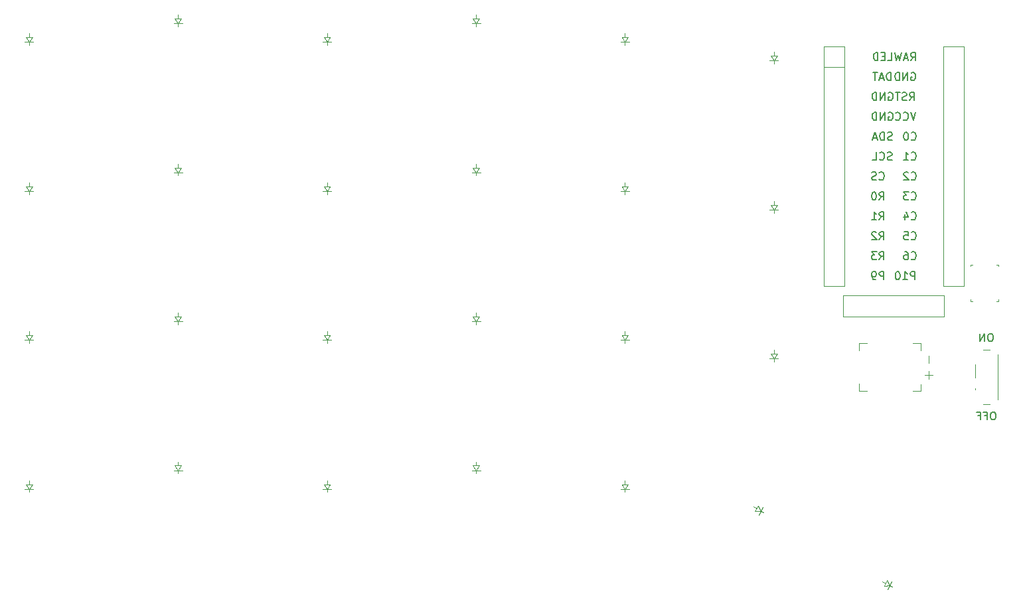
<source format=gbr>
%TF.GenerationSoftware,KiCad,Pcbnew,9.0.2*%
%TF.CreationDate,2025-06-21T10:35:40+08:00*%
%TF.ProjectId,eggada50_wireless_manually_routed,65676761-6461-4353-905f-776972656c65,0.2*%
%TF.SameCoordinates,Original*%
%TF.FileFunction,Legend,Bot*%
%TF.FilePolarity,Positive*%
%FSLAX46Y46*%
G04 Gerber Fmt 4.6, Leading zero omitted, Abs format (unit mm)*
G04 Created by KiCad (PCBNEW 9.0.2) date 2025-06-21 10:35:40*
%MOMM*%
%LPD*%
G01*
G04 APERTURE LIST*
%ADD10C,0.150000*%
%ADD11C,0.120000*%
%ADD12C,0.100000*%
G04 APERTURE END LIST*
D10*
X230119047Y-79204819D02*
X229928571Y-79204819D01*
X229928571Y-79204819D02*
X229833333Y-79252438D01*
X229833333Y-79252438D02*
X229738095Y-79347676D01*
X229738095Y-79347676D02*
X229690476Y-79538152D01*
X229690476Y-79538152D02*
X229690476Y-79871485D01*
X229690476Y-79871485D02*
X229738095Y-80061961D01*
X229738095Y-80061961D02*
X229833333Y-80157200D01*
X229833333Y-80157200D02*
X229928571Y-80204819D01*
X229928571Y-80204819D02*
X230119047Y-80204819D01*
X230119047Y-80204819D02*
X230214285Y-80157200D01*
X230214285Y-80157200D02*
X230309523Y-80061961D01*
X230309523Y-80061961D02*
X230357142Y-79871485D01*
X230357142Y-79871485D02*
X230357142Y-79538152D01*
X230357142Y-79538152D02*
X230309523Y-79347676D01*
X230309523Y-79347676D02*
X230214285Y-79252438D01*
X230214285Y-79252438D02*
X230119047Y-79204819D01*
X229261904Y-80204819D02*
X229261904Y-79204819D01*
X229261904Y-79204819D02*
X228690476Y-80204819D01*
X228690476Y-80204819D02*
X228690476Y-79204819D01*
X230452380Y-89204819D02*
X230261904Y-89204819D01*
X230261904Y-89204819D02*
X230166666Y-89252438D01*
X230166666Y-89252438D02*
X230071428Y-89347676D01*
X230071428Y-89347676D02*
X230023809Y-89538152D01*
X230023809Y-89538152D02*
X230023809Y-89871485D01*
X230023809Y-89871485D02*
X230071428Y-90061961D01*
X230071428Y-90061961D02*
X230166666Y-90157200D01*
X230166666Y-90157200D02*
X230261904Y-90204819D01*
X230261904Y-90204819D02*
X230452380Y-90204819D01*
X230452380Y-90204819D02*
X230547618Y-90157200D01*
X230547618Y-90157200D02*
X230642856Y-90061961D01*
X230642856Y-90061961D02*
X230690475Y-89871485D01*
X230690475Y-89871485D02*
X230690475Y-89538152D01*
X230690475Y-89538152D02*
X230642856Y-89347676D01*
X230642856Y-89347676D02*
X230547618Y-89252438D01*
X230547618Y-89252438D02*
X230452380Y-89204819D01*
X229261904Y-89681009D02*
X229595237Y-89681009D01*
X229595237Y-90204819D02*
X229595237Y-89204819D01*
X229595237Y-89204819D02*
X229119047Y-89204819D01*
X228404761Y-89681009D02*
X228738094Y-89681009D01*
X228738094Y-90204819D02*
X228738094Y-89204819D01*
X228738094Y-89204819D02*
X228261904Y-89204819D01*
X219915904Y-45962438D02*
X220011142Y-45914819D01*
X220011142Y-45914819D02*
X220153999Y-45914819D01*
X220153999Y-45914819D02*
X220296856Y-45962438D01*
X220296856Y-45962438D02*
X220392094Y-46057676D01*
X220392094Y-46057676D02*
X220439713Y-46152914D01*
X220439713Y-46152914D02*
X220487332Y-46343390D01*
X220487332Y-46343390D02*
X220487332Y-46486247D01*
X220487332Y-46486247D02*
X220439713Y-46676723D01*
X220439713Y-46676723D02*
X220392094Y-46771961D01*
X220392094Y-46771961D02*
X220296856Y-46867200D01*
X220296856Y-46867200D02*
X220153999Y-46914819D01*
X220153999Y-46914819D02*
X220058761Y-46914819D01*
X220058761Y-46914819D02*
X219915904Y-46867200D01*
X219915904Y-46867200D02*
X219868285Y-46819580D01*
X219868285Y-46819580D02*
X219868285Y-46486247D01*
X219868285Y-46486247D02*
X220058761Y-46486247D01*
X219439713Y-46914819D02*
X219439713Y-45914819D01*
X219439713Y-45914819D02*
X218868285Y-46914819D01*
X218868285Y-46914819D02*
X218868285Y-45914819D01*
X218392094Y-46914819D02*
X218392094Y-45914819D01*
X218392094Y-45914819D02*
X218153999Y-45914819D01*
X218153999Y-45914819D02*
X218011142Y-45962438D01*
X218011142Y-45962438D02*
X217915904Y-46057676D01*
X217915904Y-46057676D02*
X217868285Y-46152914D01*
X217868285Y-46152914D02*
X217820666Y-46343390D01*
X217820666Y-46343390D02*
X217820666Y-46486247D01*
X217820666Y-46486247D02*
X217868285Y-46676723D01*
X217868285Y-46676723D02*
X217915904Y-46771961D01*
X217915904Y-46771961D02*
X218011142Y-46867200D01*
X218011142Y-46867200D02*
X218153999Y-46914819D01*
X218153999Y-46914819D02*
X218392094Y-46914819D01*
X219910666Y-59519580D02*
X219958285Y-59567200D01*
X219958285Y-59567200D02*
X220101142Y-59614819D01*
X220101142Y-59614819D02*
X220196380Y-59614819D01*
X220196380Y-59614819D02*
X220339237Y-59567200D01*
X220339237Y-59567200D02*
X220434475Y-59471961D01*
X220434475Y-59471961D02*
X220482094Y-59376723D01*
X220482094Y-59376723D02*
X220529713Y-59186247D01*
X220529713Y-59186247D02*
X220529713Y-59043390D01*
X220529713Y-59043390D02*
X220482094Y-58852914D01*
X220482094Y-58852914D02*
X220434475Y-58757676D01*
X220434475Y-58757676D02*
X220339237Y-58662438D01*
X220339237Y-58662438D02*
X220196380Y-58614819D01*
X220196380Y-58614819D02*
X220101142Y-58614819D01*
X220101142Y-58614819D02*
X219958285Y-58662438D01*
X219958285Y-58662438D02*
X219910666Y-58710057D01*
X219529713Y-58710057D02*
X219482094Y-58662438D01*
X219482094Y-58662438D02*
X219386856Y-58614819D01*
X219386856Y-58614819D02*
X219148761Y-58614819D01*
X219148761Y-58614819D02*
X219053523Y-58662438D01*
X219053523Y-58662438D02*
X219005904Y-58710057D01*
X219005904Y-58710057D02*
X218958285Y-58805295D01*
X218958285Y-58805295D02*
X218958285Y-58900533D01*
X218958285Y-58900533D02*
X219005904Y-59043390D01*
X219005904Y-59043390D02*
X219577332Y-59614819D01*
X219577332Y-59614819D02*
X218958285Y-59614819D01*
X217325428Y-46914819D02*
X217325428Y-45914819D01*
X217325428Y-45914819D02*
X217087333Y-45914819D01*
X217087333Y-45914819D02*
X216944476Y-45962438D01*
X216944476Y-45962438D02*
X216849238Y-46057676D01*
X216849238Y-46057676D02*
X216801619Y-46152914D01*
X216801619Y-46152914D02*
X216754000Y-46343390D01*
X216754000Y-46343390D02*
X216754000Y-46486247D01*
X216754000Y-46486247D02*
X216801619Y-46676723D01*
X216801619Y-46676723D02*
X216849238Y-46771961D01*
X216849238Y-46771961D02*
X216944476Y-46867200D01*
X216944476Y-46867200D02*
X217087333Y-46914819D01*
X217087333Y-46914819D02*
X217325428Y-46914819D01*
X216373047Y-46629104D02*
X215896857Y-46629104D01*
X216468285Y-46914819D02*
X216134952Y-45914819D01*
X216134952Y-45914819D02*
X215801619Y-46914819D01*
X215611142Y-45914819D02*
X215039714Y-45914819D01*
X215325428Y-46914819D02*
X215325428Y-45914819D01*
X215830666Y-59519580D02*
X215878285Y-59567200D01*
X215878285Y-59567200D02*
X216021142Y-59614819D01*
X216021142Y-59614819D02*
X216116380Y-59614819D01*
X216116380Y-59614819D02*
X216259237Y-59567200D01*
X216259237Y-59567200D02*
X216354475Y-59471961D01*
X216354475Y-59471961D02*
X216402094Y-59376723D01*
X216402094Y-59376723D02*
X216449713Y-59186247D01*
X216449713Y-59186247D02*
X216449713Y-59043390D01*
X216449713Y-59043390D02*
X216402094Y-58852914D01*
X216402094Y-58852914D02*
X216354475Y-58757676D01*
X216354475Y-58757676D02*
X216259237Y-58662438D01*
X216259237Y-58662438D02*
X216116380Y-58614819D01*
X216116380Y-58614819D02*
X216021142Y-58614819D01*
X216021142Y-58614819D02*
X215878285Y-58662438D01*
X215878285Y-58662438D02*
X215830666Y-58710057D01*
X215449713Y-59567200D02*
X215306856Y-59614819D01*
X215306856Y-59614819D02*
X215068761Y-59614819D01*
X215068761Y-59614819D02*
X214973523Y-59567200D01*
X214973523Y-59567200D02*
X214925904Y-59519580D01*
X214925904Y-59519580D02*
X214878285Y-59424342D01*
X214878285Y-59424342D02*
X214878285Y-59329104D01*
X214878285Y-59329104D02*
X214925904Y-59233866D01*
X214925904Y-59233866D02*
X214973523Y-59186247D01*
X214973523Y-59186247D02*
X215068761Y-59138628D01*
X215068761Y-59138628D02*
X215259237Y-59091009D01*
X215259237Y-59091009D02*
X215354475Y-59043390D01*
X215354475Y-59043390D02*
X215402094Y-58995771D01*
X215402094Y-58995771D02*
X215449713Y-58900533D01*
X215449713Y-58900533D02*
X215449713Y-58805295D01*
X215449713Y-58805295D02*
X215402094Y-58710057D01*
X215402094Y-58710057D02*
X215354475Y-58662438D01*
X215354475Y-58662438D02*
X215259237Y-58614819D01*
X215259237Y-58614819D02*
X215021142Y-58614819D01*
X215021142Y-58614819D02*
X214878285Y-58662438D01*
X219910666Y-56979580D02*
X219958285Y-57027200D01*
X219958285Y-57027200D02*
X220101142Y-57074819D01*
X220101142Y-57074819D02*
X220196380Y-57074819D01*
X220196380Y-57074819D02*
X220339237Y-57027200D01*
X220339237Y-57027200D02*
X220434475Y-56931961D01*
X220434475Y-56931961D02*
X220482094Y-56836723D01*
X220482094Y-56836723D02*
X220529713Y-56646247D01*
X220529713Y-56646247D02*
X220529713Y-56503390D01*
X220529713Y-56503390D02*
X220482094Y-56312914D01*
X220482094Y-56312914D02*
X220434475Y-56217676D01*
X220434475Y-56217676D02*
X220339237Y-56122438D01*
X220339237Y-56122438D02*
X220196380Y-56074819D01*
X220196380Y-56074819D02*
X220101142Y-56074819D01*
X220101142Y-56074819D02*
X219958285Y-56122438D01*
X219958285Y-56122438D02*
X219910666Y-56170057D01*
X218958285Y-57074819D02*
X219529713Y-57074819D01*
X219243999Y-57074819D02*
X219243999Y-56074819D01*
X219243999Y-56074819D02*
X219339237Y-56217676D01*
X219339237Y-56217676D02*
X219434475Y-56312914D01*
X219434475Y-56312914D02*
X219529713Y-56360533D01*
X215830666Y-69774819D02*
X216163999Y-69298628D01*
X216402094Y-69774819D02*
X216402094Y-68774819D01*
X216402094Y-68774819D02*
X216021142Y-68774819D01*
X216021142Y-68774819D02*
X215925904Y-68822438D01*
X215925904Y-68822438D02*
X215878285Y-68870057D01*
X215878285Y-68870057D02*
X215830666Y-68965295D01*
X215830666Y-68965295D02*
X215830666Y-69108152D01*
X215830666Y-69108152D02*
X215878285Y-69203390D01*
X215878285Y-69203390D02*
X215925904Y-69251009D01*
X215925904Y-69251009D02*
X216021142Y-69298628D01*
X216021142Y-69298628D02*
X216402094Y-69298628D01*
X215497332Y-68774819D02*
X214878285Y-68774819D01*
X214878285Y-68774819D02*
X215211618Y-69155771D01*
X215211618Y-69155771D02*
X215068761Y-69155771D01*
X215068761Y-69155771D02*
X214973523Y-69203390D01*
X214973523Y-69203390D02*
X214925904Y-69251009D01*
X214925904Y-69251009D02*
X214878285Y-69346247D01*
X214878285Y-69346247D02*
X214878285Y-69584342D01*
X214878285Y-69584342D02*
X214925904Y-69679580D01*
X214925904Y-69679580D02*
X214973523Y-69727200D01*
X214973523Y-69727200D02*
X215068761Y-69774819D01*
X215068761Y-69774819D02*
X215354475Y-69774819D01*
X215354475Y-69774819D02*
X215449713Y-69727200D01*
X215449713Y-69727200D02*
X215497332Y-69679580D01*
X219910666Y-54439580D02*
X219958285Y-54487200D01*
X219958285Y-54487200D02*
X220101142Y-54534819D01*
X220101142Y-54534819D02*
X220196380Y-54534819D01*
X220196380Y-54534819D02*
X220339237Y-54487200D01*
X220339237Y-54487200D02*
X220434475Y-54391961D01*
X220434475Y-54391961D02*
X220482094Y-54296723D01*
X220482094Y-54296723D02*
X220529713Y-54106247D01*
X220529713Y-54106247D02*
X220529713Y-53963390D01*
X220529713Y-53963390D02*
X220482094Y-53772914D01*
X220482094Y-53772914D02*
X220434475Y-53677676D01*
X220434475Y-53677676D02*
X220339237Y-53582438D01*
X220339237Y-53582438D02*
X220196380Y-53534819D01*
X220196380Y-53534819D02*
X220101142Y-53534819D01*
X220101142Y-53534819D02*
X219958285Y-53582438D01*
X219958285Y-53582438D02*
X219910666Y-53630057D01*
X219291618Y-53534819D02*
X219196380Y-53534819D01*
X219196380Y-53534819D02*
X219101142Y-53582438D01*
X219101142Y-53582438D02*
X219053523Y-53630057D01*
X219053523Y-53630057D02*
X219005904Y-53725295D01*
X219005904Y-53725295D02*
X218958285Y-53915771D01*
X218958285Y-53915771D02*
X218958285Y-54153866D01*
X218958285Y-54153866D02*
X219005904Y-54344342D01*
X219005904Y-54344342D02*
X219053523Y-54439580D01*
X219053523Y-54439580D02*
X219101142Y-54487200D01*
X219101142Y-54487200D02*
X219196380Y-54534819D01*
X219196380Y-54534819D02*
X219291618Y-54534819D01*
X219291618Y-54534819D02*
X219386856Y-54487200D01*
X219386856Y-54487200D02*
X219434475Y-54439580D01*
X219434475Y-54439580D02*
X219482094Y-54344342D01*
X219482094Y-54344342D02*
X219529713Y-54153866D01*
X219529713Y-54153866D02*
X219529713Y-53915771D01*
X219529713Y-53915771D02*
X219482094Y-53725295D01*
X219482094Y-53725295D02*
X219434475Y-53630057D01*
X219434475Y-53630057D02*
X219386856Y-53582438D01*
X219386856Y-53582438D02*
X219291618Y-53534819D01*
X215830666Y-62154819D02*
X216163999Y-61678628D01*
X216402094Y-62154819D02*
X216402094Y-61154819D01*
X216402094Y-61154819D02*
X216021142Y-61154819D01*
X216021142Y-61154819D02*
X215925904Y-61202438D01*
X215925904Y-61202438D02*
X215878285Y-61250057D01*
X215878285Y-61250057D02*
X215830666Y-61345295D01*
X215830666Y-61345295D02*
X215830666Y-61488152D01*
X215830666Y-61488152D02*
X215878285Y-61583390D01*
X215878285Y-61583390D02*
X215925904Y-61631009D01*
X215925904Y-61631009D02*
X216021142Y-61678628D01*
X216021142Y-61678628D02*
X216402094Y-61678628D01*
X215211618Y-61154819D02*
X215116380Y-61154819D01*
X215116380Y-61154819D02*
X215021142Y-61202438D01*
X215021142Y-61202438D02*
X214973523Y-61250057D01*
X214973523Y-61250057D02*
X214925904Y-61345295D01*
X214925904Y-61345295D02*
X214878285Y-61535771D01*
X214878285Y-61535771D02*
X214878285Y-61773866D01*
X214878285Y-61773866D02*
X214925904Y-61964342D01*
X214925904Y-61964342D02*
X214973523Y-62059580D01*
X214973523Y-62059580D02*
X215021142Y-62107200D01*
X215021142Y-62107200D02*
X215116380Y-62154819D01*
X215116380Y-62154819D02*
X215211618Y-62154819D01*
X215211618Y-62154819D02*
X215306856Y-62107200D01*
X215306856Y-62107200D02*
X215354475Y-62059580D01*
X215354475Y-62059580D02*
X215402094Y-61964342D01*
X215402094Y-61964342D02*
X215449713Y-61773866D01*
X215449713Y-61773866D02*
X215449713Y-61535771D01*
X215449713Y-61535771D02*
X215402094Y-61345295D01*
X215402094Y-61345295D02*
X215354475Y-61250057D01*
X215354475Y-61250057D02*
X215306856Y-61202438D01*
X215306856Y-61202438D02*
X215211618Y-61154819D01*
X215830666Y-67234819D02*
X216163999Y-66758628D01*
X216402094Y-67234819D02*
X216402094Y-66234819D01*
X216402094Y-66234819D02*
X216021142Y-66234819D01*
X216021142Y-66234819D02*
X215925904Y-66282438D01*
X215925904Y-66282438D02*
X215878285Y-66330057D01*
X215878285Y-66330057D02*
X215830666Y-66425295D01*
X215830666Y-66425295D02*
X215830666Y-66568152D01*
X215830666Y-66568152D02*
X215878285Y-66663390D01*
X215878285Y-66663390D02*
X215925904Y-66711009D01*
X215925904Y-66711009D02*
X216021142Y-66758628D01*
X216021142Y-66758628D02*
X216402094Y-66758628D01*
X215449713Y-66330057D02*
X215402094Y-66282438D01*
X215402094Y-66282438D02*
X215306856Y-66234819D01*
X215306856Y-66234819D02*
X215068761Y-66234819D01*
X215068761Y-66234819D02*
X214973523Y-66282438D01*
X214973523Y-66282438D02*
X214925904Y-66330057D01*
X214925904Y-66330057D02*
X214878285Y-66425295D01*
X214878285Y-66425295D02*
X214878285Y-66520533D01*
X214878285Y-66520533D02*
X214925904Y-66663390D01*
X214925904Y-66663390D02*
X215497332Y-67234819D01*
X215497332Y-67234819D02*
X214878285Y-67234819D01*
X219910666Y-64599580D02*
X219958285Y-64647200D01*
X219958285Y-64647200D02*
X220101142Y-64694819D01*
X220101142Y-64694819D02*
X220196380Y-64694819D01*
X220196380Y-64694819D02*
X220339237Y-64647200D01*
X220339237Y-64647200D02*
X220434475Y-64551961D01*
X220434475Y-64551961D02*
X220482094Y-64456723D01*
X220482094Y-64456723D02*
X220529713Y-64266247D01*
X220529713Y-64266247D02*
X220529713Y-64123390D01*
X220529713Y-64123390D02*
X220482094Y-63932914D01*
X220482094Y-63932914D02*
X220434475Y-63837676D01*
X220434475Y-63837676D02*
X220339237Y-63742438D01*
X220339237Y-63742438D02*
X220196380Y-63694819D01*
X220196380Y-63694819D02*
X220101142Y-63694819D01*
X220101142Y-63694819D02*
X219958285Y-63742438D01*
X219958285Y-63742438D02*
X219910666Y-63790057D01*
X219053523Y-64028152D02*
X219053523Y-64694819D01*
X219291618Y-63647200D02*
X219529713Y-64361485D01*
X219529713Y-64361485D02*
X218910666Y-64361485D01*
X219910666Y-67139580D02*
X219958285Y-67187200D01*
X219958285Y-67187200D02*
X220101142Y-67234819D01*
X220101142Y-67234819D02*
X220196380Y-67234819D01*
X220196380Y-67234819D02*
X220339237Y-67187200D01*
X220339237Y-67187200D02*
X220434475Y-67091961D01*
X220434475Y-67091961D02*
X220482094Y-66996723D01*
X220482094Y-66996723D02*
X220529713Y-66806247D01*
X220529713Y-66806247D02*
X220529713Y-66663390D01*
X220529713Y-66663390D02*
X220482094Y-66472914D01*
X220482094Y-66472914D02*
X220434475Y-66377676D01*
X220434475Y-66377676D02*
X220339237Y-66282438D01*
X220339237Y-66282438D02*
X220196380Y-66234819D01*
X220196380Y-66234819D02*
X220101142Y-66234819D01*
X220101142Y-66234819D02*
X219958285Y-66282438D01*
X219958285Y-66282438D02*
X219910666Y-66330057D01*
X219005904Y-66234819D02*
X219482094Y-66234819D01*
X219482094Y-66234819D02*
X219529713Y-66711009D01*
X219529713Y-66711009D02*
X219482094Y-66663390D01*
X219482094Y-66663390D02*
X219386856Y-66615771D01*
X219386856Y-66615771D02*
X219148761Y-66615771D01*
X219148761Y-66615771D02*
X219053523Y-66663390D01*
X219053523Y-66663390D02*
X219005904Y-66711009D01*
X219005904Y-66711009D02*
X218958285Y-66806247D01*
X218958285Y-66806247D02*
X218958285Y-67044342D01*
X218958285Y-67044342D02*
X219005904Y-67139580D01*
X219005904Y-67139580D02*
X219053523Y-67187200D01*
X219053523Y-67187200D02*
X219148761Y-67234819D01*
X219148761Y-67234819D02*
X219386856Y-67234819D01*
X219386856Y-67234819D02*
X219482094Y-67187200D01*
X219482094Y-67187200D02*
X219529713Y-67139580D01*
X216402094Y-72314819D02*
X216402094Y-71314819D01*
X216402094Y-71314819D02*
X216021142Y-71314819D01*
X216021142Y-71314819D02*
X215925904Y-71362438D01*
X215925904Y-71362438D02*
X215878285Y-71410057D01*
X215878285Y-71410057D02*
X215830666Y-71505295D01*
X215830666Y-71505295D02*
X215830666Y-71648152D01*
X215830666Y-71648152D02*
X215878285Y-71743390D01*
X215878285Y-71743390D02*
X215925904Y-71791009D01*
X215925904Y-71791009D02*
X216021142Y-71838628D01*
X216021142Y-71838628D02*
X216402094Y-71838628D01*
X215354475Y-72314819D02*
X215163999Y-72314819D01*
X215163999Y-72314819D02*
X215068761Y-72267200D01*
X215068761Y-72267200D02*
X215021142Y-72219580D01*
X215021142Y-72219580D02*
X214925904Y-72076723D01*
X214925904Y-72076723D02*
X214878285Y-71886247D01*
X214878285Y-71886247D02*
X214878285Y-71505295D01*
X214878285Y-71505295D02*
X214925904Y-71410057D01*
X214925904Y-71410057D02*
X214973523Y-71362438D01*
X214973523Y-71362438D02*
X215068761Y-71314819D01*
X215068761Y-71314819D02*
X215259237Y-71314819D01*
X215259237Y-71314819D02*
X215354475Y-71362438D01*
X215354475Y-71362438D02*
X215402094Y-71410057D01*
X215402094Y-71410057D02*
X215449713Y-71505295D01*
X215449713Y-71505295D02*
X215449713Y-71743390D01*
X215449713Y-71743390D02*
X215402094Y-71838628D01*
X215402094Y-71838628D02*
X215354475Y-71886247D01*
X215354475Y-71886247D02*
X215259237Y-71933866D01*
X215259237Y-71933866D02*
X215068761Y-71933866D01*
X215068761Y-71933866D02*
X214973523Y-71886247D01*
X214973523Y-71886247D02*
X214925904Y-71838628D01*
X214925904Y-71838628D02*
X214878285Y-71743390D01*
X219844476Y-44374819D02*
X220177809Y-43898628D01*
X220415904Y-44374819D02*
X220415904Y-43374819D01*
X220415904Y-43374819D02*
X220034952Y-43374819D01*
X220034952Y-43374819D02*
X219939714Y-43422438D01*
X219939714Y-43422438D02*
X219892095Y-43470057D01*
X219892095Y-43470057D02*
X219844476Y-43565295D01*
X219844476Y-43565295D02*
X219844476Y-43708152D01*
X219844476Y-43708152D02*
X219892095Y-43803390D01*
X219892095Y-43803390D02*
X219939714Y-43851009D01*
X219939714Y-43851009D02*
X220034952Y-43898628D01*
X220034952Y-43898628D02*
X220415904Y-43898628D01*
X219463523Y-44089104D02*
X218987333Y-44089104D01*
X219558761Y-44374819D02*
X219225428Y-43374819D01*
X219225428Y-43374819D02*
X218892095Y-44374819D01*
X218653999Y-43374819D02*
X218415904Y-44374819D01*
X218415904Y-44374819D02*
X218225428Y-43660533D01*
X218225428Y-43660533D02*
X218034952Y-44374819D01*
X218034952Y-44374819D02*
X217796857Y-43374819D01*
X219910666Y-62059580D02*
X219958285Y-62107200D01*
X219958285Y-62107200D02*
X220101142Y-62154819D01*
X220101142Y-62154819D02*
X220196380Y-62154819D01*
X220196380Y-62154819D02*
X220339237Y-62107200D01*
X220339237Y-62107200D02*
X220434475Y-62011961D01*
X220434475Y-62011961D02*
X220482094Y-61916723D01*
X220482094Y-61916723D02*
X220529713Y-61726247D01*
X220529713Y-61726247D02*
X220529713Y-61583390D01*
X220529713Y-61583390D02*
X220482094Y-61392914D01*
X220482094Y-61392914D02*
X220434475Y-61297676D01*
X220434475Y-61297676D02*
X220339237Y-61202438D01*
X220339237Y-61202438D02*
X220196380Y-61154819D01*
X220196380Y-61154819D02*
X220101142Y-61154819D01*
X220101142Y-61154819D02*
X219958285Y-61202438D01*
X219958285Y-61202438D02*
X219910666Y-61250057D01*
X219577332Y-61154819D02*
X218958285Y-61154819D01*
X218958285Y-61154819D02*
X219291618Y-61535771D01*
X219291618Y-61535771D02*
X219148761Y-61535771D01*
X219148761Y-61535771D02*
X219053523Y-61583390D01*
X219053523Y-61583390D02*
X219005904Y-61631009D01*
X219005904Y-61631009D02*
X218958285Y-61726247D01*
X218958285Y-61726247D02*
X218958285Y-61964342D01*
X218958285Y-61964342D02*
X219005904Y-62059580D01*
X219005904Y-62059580D02*
X219053523Y-62107200D01*
X219053523Y-62107200D02*
X219148761Y-62154819D01*
X219148761Y-62154819D02*
X219434475Y-62154819D01*
X219434475Y-62154819D02*
X219529713Y-62107200D01*
X219529713Y-62107200D02*
X219577332Y-62059580D01*
X217444475Y-57027200D02*
X217301618Y-57074819D01*
X217301618Y-57074819D02*
X217063523Y-57074819D01*
X217063523Y-57074819D02*
X216968285Y-57027200D01*
X216968285Y-57027200D02*
X216920666Y-56979580D01*
X216920666Y-56979580D02*
X216873047Y-56884342D01*
X216873047Y-56884342D02*
X216873047Y-56789104D01*
X216873047Y-56789104D02*
X216920666Y-56693866D01*
X216920666Y-56693866D02*
X216968285Y-56646247D01*
X216968285Y-56646247D02*
X217063523Y-56598628D01*
X217063523Y-56598628D02*
X217253999Y-56551009D01*
X217253999Y-56551009D02*
X217349237Y-56503390D01*
X217349237Y-56503390D02*
X217396856Y-56455771D01*
X217396856Y-56455771D02*
X217444475Y-56360533D01*
X217444475Y-56360533D02*
X217444475Y-56265295D01*
X217444475Y-56265295D02*
X217396856Y-56170057D01*
X217396856Y-56170057D02*
X217349237Y-56122438D01*
X217349237Y-56122438D02*
X217253999Y-56074819D01*
X217253999Y-56074819D02*
X217015904Y-56074819D01*
X217015904Y-56074819D02*
X216873047Y-56122438D01*
X215873047Y-56979580D02*
X215920666Y-57027200D01*
X215920666Y-57027200D02*
X216063523Y-57074819D01*
X216063523Y-57074819D02*
X216158761Y-57074819D01*
X216158761Y-57074819D02*
X216301618Y-57027200D01*
X216301618Y-57027200D02*
X216396856Y-56931961D01*
X216396856Y-56931961D02*
X216444475Y-56836723D01*
X216444475Y-56836723D02*
X216492094Y-56646247D01*
X216492094Y-56646247D02*
X216492094Y-56503390D01*
X216492094Y-56503390D02*
X216444475Y-56312914D01*
X216444475Y-56312914D02*
X216396856Y-56217676D01*
X216396856Y-56217676D02*
X216301618Y-56122438D01*
X216301618Y-56122438D02*
X216158761Y-56074819D01*
X216158761Y-56074819D02*
X216063523Y-56074819D01*
X216063523Y-56074819D02*
X215920666Y-56122438D01*
X215920666Y-56122438D02*
X215873047Y-56170057D01*
X214968285Y-57074819D02*
X215444475Y-57074819D01*
X215444475Y-57074819D02*
X215444475Y-56074819D01*
X219910666Y-69679580D02*
X219958285Y-69727200D01*
X219958285Y-69727200D02*
X220101142Y-69774819D01*
X220101142Y-69774819D02*
X220196380Y-69774819D01*
X220196380Y-69774819D02*
X220339237Y-69727200D01*
X220339237Y-69727200D02*
X220434475Y-69631961D01*
X220434475Y-69631961D02*
X220482094Y-69536723D01*
X220482094Y-69536723D02*
X220529713Y-69346247D01*
X220529713Y-69346247D02*
X220529713Y-69203390D01*
X220529713Y-69203390D02*
X220482094Y-69012914D01*
X220482094Y-69012914D02*
X220434475Y-68917676D01*
X220434475Y-68917676D02*
X220339237Y-68822438D01*
X220339237Y-68822438D02*
X220196380Y-68774819D01*
X220196380Y-68774819D02*
X220101142Y-68774819D01*
X220101142Y-68774819D02*
X219958285Y-68822438D01*
X219958285Y-68822438D02*
X219910666Y-68870057D01*
X219053523Y-68774819D02*
X219243999Y-68774819D01*
X219243999Y-68774819D02*
X219339237Y-68822438D01*
X219339237Y-68822438D02*
X219386856Y-68870057D01*
X219386856Y-68870057D02*
X219482094Y-69012914D01*
X219482094Y-69012914D02*
X219529713Y-69203390D01*
X219529713Y-69203390D02*
X219529713Y-69584342D01*
X219529713Y-69584342D02*
X219482094Y-69679580D01*
X219482094Y-69679580D02*
X219434475Y-69727200D01*
X219434475Y-69727200D02*
X219339237Y-69774819D01*
X219339237Y-69774819D02*
X219148761Y-69774819D01*
X219148761Y-69774819D02*
X219053523Y-69727200D01*
X219053523Y-69727200D02*
X219005904Y-69679580D01*
X219005904Y-69679580D02*
X218958285Y-69584342D01*
X218958285Y-69584342D02*
X218958285Y-69346247D01*
X218958285Y-69346247D02*
X219005904Y-69251009D01*
X219005904Y-69251009D02*
X219053523Y-69203390D01*
X219053523Y-69203390D02*
X219148761Y-69155771D01*
X219148761Y-69155771D02*
X219339237Y-69155771D01*
X219339237Y-69155771D02*
X219434475Y-69203390D01*
X219434475Y-69203390D02*
X219482094Y-69251009D01*
X219482094Y-69251009D02*
X219529713Y-69346247D01*
X219701619Y-49454819D02*
X220034952Y-48978628D01*
X220273047Y-49454819D02*
X220273047Y-48454819D01*
X220273047Y-48454819D02*
X219892095Y-48454819D01*
X219892095Y-48454819D02*
X219796857Y-48502438D01*
X219796857Y-48502438D02*
X219749238Y-48550057D01*
X219749238Y-48550057D02*
X219701619Y-48645295D01*
X219701619Y-48645295D02*
X219701619Y-48788152D01*
X219701619Y-48788152D02*
X219749238Y-48883390D01*
X219749238Y-48883390D02*
X219796857Y-48931009D01*
X219796857Y-48931009D02*
X219892095Y-48978628D01*
X219892095Y-48978628D02*
X220273047Y-48978628D01*
X219320666Y-49407200D02*
X219177809Y-49454819D01*
X219177809Y-49454819D02*
X218939714Y-49454819D01*
X218939714Y-49454819D02*
X218844476Y-49407200D01*
X218844476Y-49407200D02*
X218796857Y-49359580D01*
X218796857Y-49359580D02*
X218749238Y-49264342D01*
X218749238Y-49264342D02*
X218749238Y-49169104D01*
X218749238Y-49169104D02*
X218796857Y-49073866D01*
X218796857Y-49073866D02*
X218844476Y-49026247D01*
X218844476Y-49026247D02*
X218939714Y-48978628D01*
X218939714Y-48978628D02*
X219130190Y-48931009D01*
X219130190Y-48931009D02*
X219225428Y-48883390D01*
X219225428Y-48883390D02*
X219273047Y-48835771D01*
X219273047Y-48835771D02*
X219320666Y-48740533D01*
X219320666Y-48740533D02*
X219320666Y-48645295D01*
X219320666Y-48645295D02*
X219273047Y-48550057D01*
X219273047Y-48550057D02*
X219225428Y-48502438D01*
X219225428Y-48502438D02*
X219130190Y-48454819D01*
X219130190Y-48454819D02*
X218892095Y-48454819D01*
X218892095Y-48454819D02*
X218749238Y-48502438D01*
X218463523Y-48454819D02*
X217892095Y-48454819D01*
X218177809Y-49454819D02*
X218177809Y-48454819D01*
X217468285Y-54487200D02*
X217325428Y-54534819D01*
X217325428Y-54534819D02*
X217087333Y-54534819D01*
X217087333Y-54534819D02*
X216992095Y-54487200D01*
X216992095Y-54487200D02*
X216944476Y-54439580D01*
X216944476Y-54439580D02*
X216896857Y-54344342D01*
X216896857Y-54344342D02*
X216896857Y-54249104D01*
X216896857Y-54249104D02*
X216944476Y-54153866D01*
X216944476Y-54153866D02*
X216992095Y-54106247D01*
X216992095Y-54106247D02*
X217087333Y-54058628D01*
X217087333Y-54058628D02*
X217277809Y-54011009D01*
X217277809Y-54011009D02*
X217373047Y-53963390D01*
X217373047Y-53963390D02*
X217420666Y-53915771D01*
X217420666Y-53915771D02*
X217468285Y-53820533D01*
X217468285Y-53820533D02*
X217468285Y-53725295D01*
X217468285Y-53725295D02*
X217420666Y-53630057D01*
X217420666Y-53630057D02*
X217373047Y-53582438D01*
X217373047Y-53582438D02*
X217277809Y-53534819D01*
X217277809Y-53534819D02*
X217039714Y-53534819D01*
X217039714Y-53534819D02*
X216896857Y-53582438D01*
X216468285Y-54534819D02*
X216468285Y-53534819D01*
X216468285Y-53534819D02*
X216230190Y-53534819D01*
X216230190Y-53534819D02*
X216087333Y-53582438D01*
X216087333Y-53582438D02*
X215992095Y-53677676D01*
X215992095Y-53677676D02*
X215944476Y-53772914D01*
X215944476Y-53772914D02*
X215896857Y-53963390D01*
X215896857Y-53963390D02*
X215896857Y-54106247D01*
X215896857Y-54106247D02*
X215944476Y-54296723D01*
X215944476Y-54296723D02*
X215992095Y-54391961D01*
X215992095Y-54391961D02*
X216087333Y-54487200D01*
X216087333Y-54487200D02*
X216230190Y-54534819D01*
X216230190Y-54534819D02*
X216468285Y-54534819D01*
X215515904Y-54249104D02*
X215039714Y-54249104D01*
X215611142Y-54534819D02*
X215277809Y-53534819D01*
X215277809Y-53534819D02*
X214944476Y-54534819D01*
X216896857Y-44374819D02*
X217373047Y-44374819D01*
X217373047Y-44374819D02*
X217373047Y-43374819D01*
X216563523Y-43851009D02*
X216230190Y-43851009D01*
X216087333Y-44374819D02*
X216563523Y-44374819D01*
X216563523Y-44374819D02*
X216563523Y-43374819D01*
X216563523Y-43374819D02*
X216087333Y-43374819D01*
X215658761Y-44374819D02*
X215658761Y-43374819D01*
X215658761Y-43374819D02*
X215420666Y-43374819D01*
X215420666Y-43374819D02*
X215277809Y-43422438D01*
X215277809Y-43422438D02*
X215182571Y-43517676D01*
X215182571Y-43517676D02*
X215134952Y-43612914D01*
X215134952Y-43612914D02*
X215087333Y-43803390D01*
X215087333Y-43803390D02*
X215087333Y-43946247D01*
X215087333Y-43946247D02*
X215134952Y-44136723D01*
X215134952Y-44136723D02*
X215182571Y-44231961D01*
X215182571Y-44231961D02*
X215277809Y-44327200D01*
X215277809Y-44327200D02*
X215420666Y-44374819D01*
X215420666Y-44374819D02*
X215658761Y-44374819D01*
X220368285Y-72314819D02*
X220368285Y-71314819D01*
X220368285Y-71314819D02*
X219987333Y-71314819D01*
X219987333Y-71314819D02*
X219892095Y-71362438D01*
X219892095Y-71362438D02*
X219844476Y-71410057D01*
X219844476Y-71410057D02*
X219796857Y-71505295D01*
X219796857Y-71505295D02*
X219796857Y-71648152D01*
X219796857Y-71648152D02*
X219844476Y-71743390D01*
X219844476Y-71743390D02*
X219892095Y-71791009D01*
X219892095Y-71791009D02*
X219987333Y-71838628D01*
X219987333Y-71838628D02*
X220368285Y-71838628D01*
X218844476Y-72314819D02*
X219415904Y-72314819D01*
X219130190Y-72314819D02*
X219130190Y-71314819D01*
X219130190Y-71314819D02*
X219225428Y-71457676D01*
X219225428Y-71457676D02*
X219320666Y-71552914D01*
X219320666Y-71552914D02*
X219415904Y-71600533D01*
X218225428Y-71314819D02*
X218130190Y-71314819D01*
X218130190Y-71314819D02*
X218034952Y-71362438D01*
X218034952Y-71362438D02*
X217987333Y-71410057D01*
X217987333Y-71410057D02*
X217939714Y-71505295D01*
X217939714Y-71505295D02*
X217892095Y-71695771D01*
X217892095Y-71695771D02*
X217892095Y-71933866D01*
X217892095Y-71933866D02*
X217939714Y-72124342D01*
X217939714Y-72124342D02*
X217987333Y-72219580D01*
X217987333Y-72219580D02*
X218034952Y-72267200D01*
X218034952Y-72267200D02*
X218130190Y-72314819D01*
X218130190Y-72314819D02*
X218225428Y-72314819D01*
X218225428Y-72314819D02*
X218320666Y-72267200D01*
X218320666Y-72267200D02*
X218368285Y-72219580D01*
X218368285Y-72219580D02*
X218415904Y-72124342D01*
X218415904Y-72124342D02*
X218463523Y-71933866D01*
X218463523Y-71933866D02*
X218463523Y-71695771D01*
X218463523Y-71695771D02*
X218415904Y-71505295D01*
X218415904Y-71505295D02*
X218368285Y-71410057D01*
X218368285Y-71410057D02*
X218320666Y-71362438D01*
X218320666Y-71362438D02*
X218225428Y-71314819D01*
X220487332Y-50994819D02*
X220153999Y-51994819D01*
X220153999Y-51994819D02*
X219820666Y-50994819D01*
X218915904Y-51899580D02*
X218963523Y-51947200D01*
X218963523Y-51947200D02*
X219106380Y-51994819D01*
X219106380Y-51994819D02*
X219201618Y-51994819D01*
X219201618Y-51994819D02*
X219344475Y-51947200D01*
X219344475Y-51947200D02*
X219439713Y-51851961D01*
X219439713Y-51851961D02*
X219487332Y-51756723D01*
X219487332Y-51756723D02*
X219534951Y-51566247D01*
X219534951Y-51566247D02*
X219534951Y-51423390D01*
X219534951Y-51423390D02*
X219487332Y-51232914D01*
X219487332Y-51232914D02*
X219439713Y-51137676D01*
X219439713Y-51137676D02*
X219344475Y-51042438D01*
X219344475Y-51042438D02*
X219201618Y-50994819D01*
X219201618Y-50994819D02*
X219106380Y-50994819D01*
X219106380Y-50994819D02*
X218963523Y-51042438D01*
X218963523Y-51042438D02*
X218915904Y-51090057D01*
X217915904Y-51899580D02*
X217963523Y-51947200D01*
X217963523Y-51947200D02*
X218106380Y-51994819D01*
X218106380Y-51994819D02*
X218201618Y-51994819D01*
X218201618Y-51994819D02*
X218344475Y-51947200D01*
X218344475Y-51947200D02*
X218439713Y-51851961D01*
X218439713Y-51851961D02*
X218487332Y-51756723D01*
X218487332Y-51756723D02*
X218534951Y-51566247D01*
X218534951Y-51566247D02*
X218534951Y-51423390D01*
X218534951Y-51423390D02*
X218487332Y-51232914D01*
X218487332Y-51232914D02*
X218439713Y-51137676D01*
X218439713Y-51137676D02*
X218344475Y-51042438D01*
X218344475Y-51042438D02*
X218201618Y-50994819D01*
X218201618Y-50994819D02*
X218106380Y-50994819D01*
X218106380Y-50994819D02*
X217963523Y-51042438D01*
X217963523Y-51042438D02*
X217915904Y-51090057D01*
X215830666Y-64694819D02*
X216163999Y-64218628D01*
X216402094Y-64694819D02*
X216402094Y-63694819D01*
X216402094Y-63694819D02*
X216021142Y-63694819D01*
X216021142Y-63694819D02*
X215925904Y-63742438D01*
X215925904Y-63742438D02*
X215878285Y-63790057D01*
X215878285Y-63790057D02*
X215830666Y-63885295D01*
X215830666Y-63885295D02*
X215830666Y-64028152D01*
X215830666Y-64028152D02*
X215878285Y-64123390D01*
X215878285Y-64123390D02*
X215925904Y-64171009D01*
X215925904Y-64171009D02*
X216021142Y-64218628D01*
X216021142Y-64218628D02*
X216402094Y-64218628D01*
X214878285Y-64694819D02*
X215449713Y-64694819D01*
X215163999Y-64694819D02*
X215163999Y-63694819D01*
X215163999Y-63694819D02*
X215259237Y-63837676D01*
X215259237Y-63837676D02*
X215354475Y-63932914D01*
X215354475Y-63932914D02*
X215449713Y-63980533D01*
X217015904Y-51042438D02*
X217111142Y-50994819D01*
X217111142Y-50994819D02*
X217253999Y-50994819D01*
X217253999Y-50994819D02*
X217396856Y-51042438D01*
X217396856Y-51042438D02*
X217492094Y-51137676D01*
X217492094Y-51137676D02*
X217539713Y-51232914D01*
X217539713Y-51232914D02*
X217587332Y-51423390D01*
X217587332Y-51423390D02*
X217587332Y-51566247D01*
X217587332Y-51566247D02*
X217539713Y-51756723D01*
X217539713Y-51756723D02*
X217492094Y-51851961D01*
X217492094Y-51851961D02*
X217396856Y-51947200D01*
X217396856Y-51947200D02*
X217253999Y-51994819D01*
X217253999Y-51994819D02*
X217158761Y-51994819D01*
X217158761Y-51994819D02*
X217015904Y-51947200D01*
X217015904Y-51947200D02*
X216968285Y-51899580D01*
X216968285Y-51899580D02*
X216968285Y-51566247D01*
X216968285Y-51566247D02*
X217158761Y-51566247D01*
X216539713Y-51994819D02*
X216539713Y-50994819D01*
X216539713Y-50994819D02*
X215968285Y-51994819D01*
X215968285Y-51994819D02*
X215968285Y-50994819D01*
X215492094Y-51994819D02*
X215492094Y-50994819D01*
X215492094Y-50994819D02*
X215253999Y-50994819D01*
X215253999Y-50994819D02*
X215111142Y-51042438D01*
X215111142Y-51042438D02*
X215015904Y-51137676D01*
X215015904Y-51137676D02*
X214968285Y-51232914D01*
X214968285Y-51232914D02*
X214920666Y-51423390D01*
X214920666Y-51423390D02*
X214920666Y-51566247D01*
X214920666Y-51566247D02*
X214968285Y-51756723D01*
X214968285Y-51756723D02*
X215015904Y-51851961D01*
X215015904Y-51851961D02*
X215111142Y-51947200D01*
X215111142Y-51947200D02*
X215253999Y-51994819D01*
X215253999Y-51994819D02*
X215492094Y-51994819D01*
X217015904Y-48502438D02*
X217111142Y-48454819D01*
X217111142Y-48454819D02*
X217253999Y-48454819D01*
X217253999Y-48454819D02*
X217396856Y-48502438D01*
X217396856Y-48502438D02*
X217492094Y-48597676D01*
X217492094Y-48597676D02*
X217539713Y-48692914D01*
X217539713Y-48692914D02*
X217587332Y-48883390D01*
X217587332Y-48883390D02*
X217587332Y-49026247D01*
X217587332Y-49026247D02*
X217539713Y-49216723D01*
X217539713Y-49216723D02*
X217492094Y-49311961D01*
X217492094Y-49311961D02*
X217396856Y-49407200D01*
X217396856Y-49407200D02*
X217253999Y-49454819D01*
X217253999Y-49454819D02*
X217158761Y-49454819D01*
X217158761Y-49454819D02*
X217015904Y-49407200D01*
X217015904Y-49407200D02*
X216968285Y-49359580D01*
X216968285Y-49359580D02*
X216968285Y-49026247D01*
X216968285Y-49026247D02*
X217158761Y-49026247D01*
X216539713Y-49454819D02*
X216539713Y-48454819D01*
X216539713Y-48454819D02*
X215968285Y-49454819D01*
X215968285Y-49454819D02*
X215968285Y-48454819D01*
X215492094Y-49454819D02*
X215492094Y-48454819D01*
X215492094Y-48454819D02*
X215253999Y-48454819D01*
X215253999Y-48454819D02*
X215111142Y-48502438D01*
X215111142Y-48502438D02*
X215015904Y-48597676D01*
X215015904Y-48597676D02*
X214968285Y-48692914D01*
X214968285Y-48692914D02*
X214920666Y-48883390D01*
X214920666Y-48883390D02*
X214920666Y-49026247D01*
X214920666Y-49026247D02*
X214968285Y-49216723D01*
X214968285Y-49216723D02*
X215015904Y-49311961D01*
X215015904Y-49311961D02*
X215111142Y-49407200D01*
X215111142Y-49407200D02*
X215253999Y-49454819D01*
X215253999Y-49454819D02*
X215492094Y-49454819D01*
D11*
%TO.C,DISP1*%
X211237000Y-74370000D02*
X211237000Y-77030000D01*
X224057000Y-74370000D02*
X211237000Y-74370000D01*
X224057000Y-74370000D02*
X224057000Y-77030000D01*
X224057000Y-77030000D02*
X211237000Y-77030000D01*
%TO.C,PWR1*%
X228075000Y-83150000D02*
X228075000Y-84850000D01*
X228075000Y-86150000D02*
X228075000Y-86350000D01*
X229125000Y-81300000D02*
X229915000Y-81300000D01*
X229915000Y-88200000D02*
X229125000Y-88200000D01*
X230925000Y-81900000D02*
X230925000Y-87600000D01*
%TO.C,MCU1*%
X208754000Y-42590000D02*
X208754000Y-73190000D01*
X208754000Y-45190000D02*
X211414000Y-45190000D01*
X211414000Y-42590000D02*
X208754000Y-42590000D01*
X211414000Y-42590000D02*
X211414000Y-73190000D01*
X211414000Y-73190000D02*
X208754000Y-73190000D01*
X223994000Y-42590000D02*
X223994000Y-73190000D01*
X226654000Y-42590000D02*
X223994000Y-42590000D01*
X226654000Y-42590000D02*
X226654000Y-73190000D01*
X226654000Y-73190000D02*
X223994000Y-73190000D01*
%TO.C,JST1*%
X213290000Y-80440000D02*
X214290000Y-80440000D01*
X213290000Y-81360000D02*
X213290000Y-80440000D01*
X213290000Y-85560000D02*
X213290000Y-86560000D01*
X213290000Y-86560000D02*
X214290000Y-86560000D01*
X221110000Y-80440000D02*
X220110000Y-80440000D01*
X221110000Y-81360000D02*
X221110000Y-80440000D01*
X221110000Y-85640000D02*
X221110000Y-86560000D01*
X221110000Y-86560000D02*
X220110000Y-86560000D01*
D12*
X221650000Y-84500000D02*
X222650000Y-84500000D01*
X222150000Y-82000000D02*
X222150000Y-83000000D01*
X222150000Y-85000000D02*
X222150000Y-84000000D01*
%TO.C,RST1*%
X227500000Y-70650000D02*
X227500000Y-70400000D01*
X227500000Y-74850000D02*
X227500000Y-75100000D01*
X227750000Y-70400000D02*
X227500000Y-70400000D01*
X227750000Y-75100000D02*
X227500000Y-75100000D01*
X230750000Y-70400000D02*
X231000000Y-70400000D01*
X230750000Y-75100000D02*
X231000000Y-75100000D01*
X231000000Y-70650000D02*
X231000000Y-70400000D01*
X231000000Y-74850000D02*
X231000000Y-75100000D01*
%TO.C,D12*%
X145000000Y-41425000D02*
X145800000Y-41425000D01*
X145400000Y-41425000D02*
X145400000Y-40925000D01*
X145400000Y-42025000D02*
X144850000Y-42025000D01*
X145400000Y-42025000D02*
X145000000Y-41425000D01*
X145400000Y-42025000D02*
X145950000Y-42025000D01*
X145400000Y-42425000D02*
X145400000Y-42025000D01*
X145800000Y-41425000D02*
X145400000Y-42025000D01*
%TO.C,D21*%
X202000000Y-81800000D02*
X202800000Y-81800000D01*
X202400000Y-81800000D02*
X202400000Y-81300000D01*
X202400000Y-82400000D02*
X201850000Y-82400000D01*
X202400000Y-82400000D02*
X202000000Y-81800000D01*
X202400000Y-82400000D02*
X202950000Y-82400000D01*
X202400000Y-82800000D02*
X202400000Y-82400000D01*
X202800000Y-81800000D02*
X202400000Y-82400000D01*
%TO.C,D24*%
X199986010Y-101890322D02*
X200386010Y-101197502D01*
X200186010Y-101543912D02*
X199752997Y-101293912D01*
X200386010Y-101197502D02*
X200705625Y-101843912D01*
X200705625Y-101843912D02*
X199986010Y-101890322D01*
X200705625Y-101843912D02*
X200430625Y-102320226D01*
X200705625Y-101843912D02*
X200980625Y-101367598D01*
X201052035Y-102043912D02*
X200705625Y-101843912D01*
%TO.C,D9*%
X145000000Y-98425000D02*
X145800000Y-98425000D01*
X145400000Y-98425000D02*
X145400000Y-97925000D01*
X145400000Y-99025000D02*
X144850000Y-99025000D01*
X145400000Y-99025000D02*
X145000000Y-98425000D01*
X145400000Y-99025000D02*
X145950000Y-99025000D01*
X145400000Y-99425000D02*
X145400000Y-99025000D01*
X145800000Y-98425000D02*
X145400000Y-99025000D01*
%TO.C,D3*%
X107000000Y-60425000D02*
X107800000Y-60425000D01*
X107400000Y-60425000D02*
X107400000Y-59925000D01*
X107400000Y-61025000D02*
X106850000Y-61025000D01*
X107400000Y-61025000D02*
X107000000Y-60425000D01*
X107400000Y-61025000D02*
X107950000Y-61025000D01*
X107400000Y-61425000D02*
X107400000Y-61025000D01*
X107800000Y-60425000D02*
X107400000Y-61025000D01*
%TO.C,D20*%
X183000000Y-41425000D02*
X183800000Y-41425000D01*
X183400000Y-41425000D02*
X183400000Y-40925000D01*
X183400000Y-42025000D02*
X182850000Y-42025000D01*
X183400000Y-42025000D02*
X183000000Y-41425000D01*
X183400000Y-42025000D02*
X183950000Y-42025000D01*
X183400000Y-42425000D02*
X183400000Y-42025000D01*
X183800000Y-41425000D02*
X183400000Y-42025000D01*
%TO.C,D17*%
X183000000Y-98425000D02*
X183800000Y-98425000D01*
X183400000Y-98425000D02*
X183400000Y-97925000D01*
X183400000Y-99025000D02*
X182850000Y-99025000D01*
X183400000Y-99025000D02*
X183000000Y-98425000D01*
X183400000Y-99025000D02*
X183950000Y-99025000D01*
X183400000Y-99425000D02*
X183400000Y-99025000D01*
X183800000Y-98425000D02*
X183400000Y-99025000D01*
%TO.C,D6*%
X126000000Y-77050000D02*
X126800000Y-77050000D01*
X126400000Y-77050000D02*
X126400000Y-76550000D01*
X126400000Y-77650000D02*
X125850000Y-77650000D01*
X126400000Y-77650000D02*
X126000000Y-77050000D01*
X126400000Y-77650000D02*
X126950000Y-77650000D01*
X126400000Y-78050000D02*
X126400000Y-77650000D01*
X126800000Y-77050000D02*
X126400000Y-77650000D01*
%TO.C,D10*%
X145000000Y-79425000D02*
X145800000Y-79425000D01*
X145400000Y-79425000D02*
X145400000Y-78925000D01*
X145400000Y-80025000D02*
X144850000Y-80025000D01*
X145400000Y-80025000D02*
X145000000Y-79425000D01*
X145400000Y-80025000D02*
X145950000Y-80025000D01*
X145400000Y-80425000D02*
X145400000Y-80025000D01*
X145800000Y-79425000D02*
X145400000Y-80025000D01*
%TO.C,D15*%
X164000000Y-58050000D02*
X164800000Y-58050000D01*
X164400000Y-58050000D02*
X164400000Y-57550000D01*
X164400000Y-58650000D02*
X163850000Y-58650000D01*
X164400000Y-58650000D02*
X164000000Y-58050000D01*
X164400000Y-58650000D02*
X164950000Y-58650000D01*
X164400000Y-59050000D02*
X164400000Y-58650000D01*
X164800000Y-58050000D02*
X164400000Y-58650000D01*
%TO.C,D5*%
X126000000Y-96050000D02*
X126800000Y-96050000D01*
X126400000Y-96050000D02*
X126400000Y-95550000D01*
X126400000Y-96650000D02*
X125850000Y-96650000D01*
X126400000Y-96650000D02*
X126000000Y-96050000D01*
X126400000Y-96650000D02*
X126950000Y-96650000D01*
X126400000Y-97050000D02*
X126400000Y-96650000D01*
X126800000Y-96050000D02*
X126400000Y-96650000D01*
%TO.C,D22*%
X202000000Y-62800000D02*
X202800000Y-62800000D01*
X202400000Y-62800000D02*
X202400000Y-62300000D01*
X202400000Y-63400000D02*
X201850000Y-63400000D01*
X202400000Y-63400000D02*
X202000000Y-62800000D01*
X202400000Y-63400000D02*
X202950000Y-63400000D01*
X202400000Y-63800000D02*
X202400000Y-63400000D01*
X202800000Y-62800000D02*
X202400000Y-63400000D01*
%TO.C,D7*%
X126000000Y-58050000D02*
X126800000Y-58050000D01*
X126400000Y-58050000D02*
X126400000Y-57550000D01*
X126400000Y-58650000D02*
X125850000Y-58650000D01*
X126400000Y-58650000D02*
X126000000Y-58050000D01*
X126400000Y-58650000D02*
X126950000Y-58650000D01*
X126400000Y-59050000D02*
X126400000Y-58650000D01*
X126800000Y-58050000D02*
X126400000Y-58650000D01*
%TO.C,D16*%
X164000000Y-39050000D02*
X164800000Y-39050000D01*
X164400000Y-39050000D02*
X164400000Y-38550000D01*
X164400000Y-39650000D02*
X163850000Y-39650000D01*
X164400000Y-39650000D02*
X164000000Y-39050000D01*
X164400000Y-39650000D02*
X164950000Y-39650000D01*
X164400000Y-40050000D02*
X164400000Y-39650000D01*
X164800000Y-39050000D02*
X164400000Y-39650000D01*
%TO.C,D18*%
X183000000Y-79425000D02*
X183800000Y-79425000D01*
X183400000Y-79425000D02*
X183400000Y-78925000D01*
X183400000Y-80025000D02*
X182850000Y-80025000D01*
X183400000Y-80025000D02*
X183000000Y-79425000D01*
X183400000Y-80025000D02*
X183950000Y-80025000D01*
X183400000Y-80425000D02*
X183400000Y-80025000D01*
X183800000Y-79425000D02*
X183400000Y-80025000D01*
%TO.C,D23*%
X202000000Y-43800000D02*
X202800000Y-43800000D01*
X202400000Y-43800000D02*
X202400000Y-43300000D01*
X202400000Y-44400000D02*
X201850000Y-44400000D01*
X202400000Y-44400000D02*
X202000000Y-43800000D01*
X202400000Y-44400000D02*
X202950000Y-44400000D01*
X202400000Y-44800000D02*
X202400000Y-44400000D01*
X202800000Y-43800000D02*
X202400000Y-44400000D01*
%TO.C,D11*%
X145000000Y-60425000D02*
X145800000Y-60425000D01*
X145400000Y-60425000D02*
X145400000Y-59925000D01*
X145400000Y-61025000D02*
X144850000Y-61025000D01*
X145400000Y-61025000D02*
X145000000Y-60425000D01*
X145400000Y-61025000D02*
X145950000Y-61025000D01*
X145400000Y-61425000D02*
X145400000Y-61025000D01*
X145800000Y-60425000D02*
X145400000Y-61025000D01*
%TO.C,D8*%
X126000000Y-39050000D02*
X126800000Y-39050000D01*
X126400000Y-39050000D02*
X126400000Y-38550000D01*
X126400000Y-39650000D02*
X125850000Y-39650000D01*
X126400000Y-39650000D02*
X126000000Y-39050000D01*
X126400000Y-39650000D02*
X126950000Y-39650000D01*
X126400000Y-40050000D02*
X126400000Y-39650000D01*
X126800000Y-39050000D02*
X126400000Y-39650000D01*
%TO.C,D4*%
X107000000Y-41425000D02*
X107800000Y-41425000D01*
X107400000Y-41425000D02*
X107400000Y-40925000D01*
X107400000Y-42025000D02*
X106850000Y-42025000D01*
X107400000Y-42025000D02*
X107000000Y-41425000D01*
X107400000Y-42025000D02*
X107950000Y-42025000D01*
X107400000Y-42425000D02*
X107400000Y-42025000D01*
X107800000Y-41425000D02*
X107400000Y-42025000D01*
%TO.C,D1*%
X107000000Y-98425000D02*
X107800000Y-98425000D01*
X107400000Y-98425000D02*
X107400000Y-97925000D01*
X107400000Y-99025000D02*
X106850000Y-99025000D01*
X107400000Y-99025000D02*
X107000000Y-98425000D01*
X107400000Y-99025000D02*
X107950000Y-99025000D01*
X107400000Y-99425000D02*
X107400000Y-99025000D01*
X107800000Y-98425000D02*
X107400000Y-99025000D01*
%TO.C,D19*%
X183000000Y-60425000D02*
X183800000Y-60425000D01*
X183400000Y-60425000D02*
X183400000Y-59925000D01*
X183400000Y-61025000D02*
X182850000Y-61025000D01*
X183400000Y-61025000D02*
X183000000Y-60425000D01*
X183400000Y-61025000D02*
X183950000Y-61025000D01*
X183400000Y-61425000D02*
X183400000Y-61025000D01*
X183800000Y-60425000D02*
X183400000Y-61025000D01*
%TO.C,D2*%
X107000000Y-79425000D02*
X107800000Y-79425000D01*
X107400000Y-79425000D02*
X107400000Y-78925000D01*
X107400000Y-80025000D02*
X106850000Y-80025000D01*
X107400000Y-80025000D02*
X107000000Y-79425000D01*
X107400000Y-80025000D02*
X107950000Y-80025000D01*
X107400000Y-80425000D02*
X107400000Y-80025000D01*
X107800000Y-79425000D02*
X107400000Y-80025000D01*
%TO.C,D13*%
X164000000Y-96050000D02*
X164800000Y-96050000D01*
X164400000Y-96050000D02*
X164400000Y-95550000D01*
X164400000Y-96650000D02*
X163850000Y-96650000D01*
X164400000Y-96650000D02*
X164000000Y-96050000D01*
X164400000Y-96650000D02*
X164950000Y-96650000D01*
X164400000Y-97050000D02*
X164400000Y-96650000D01*
X164800000Y-96050000D02*
X164400000Y-96650000D01*
%TO.C,D14*%
X164000000Y-77050000D02*
X164800000Y-77050000D01*
X164400000Y-77050000D02*
X164400000Y-76550000D01*
X164400000Y-77650000D02*
X163850000Y-77650000D01*
X164400000Y-77650000D02*
X164000000Y-77050000D01*
X164400000Y-77650000D02*
X164950000Y-77650000D01*
X164400000Y-78050000D02*
X164400000Y-77650000D01*
X164800000Y-77050000D02*
X164400000Y-77650000D01*
%TO.C,D25*%
X216440493Y-111390322D02*
X216840493Y-110697502D01*
X216640493Y-111043912D02*
X216207480Y-110793912D01*
X216840493Y-110697502D02*
X217160108Y-111343912D01*
X217160108Y-111343912D02*
X216440493Y-111390322D01*
X217160108Y-111343912D02*
X216885108Y-111820226D01*
X217160108Y-111343912D02*
X217435108Y-110867598D01*
X217506518Y-111543912D02*
X217160108Y-111343912D01*
%TD*%
M02*

</source>
